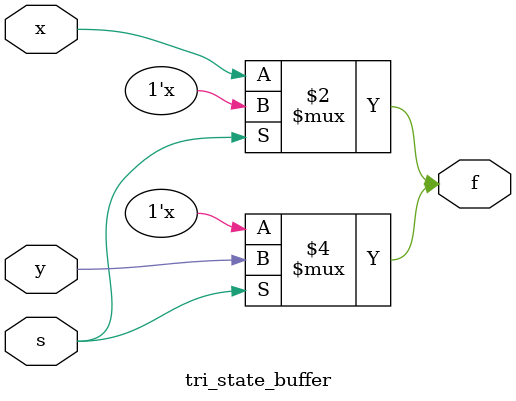
<source format=v>
`timescale 1ns / 1ps


module tri_state_buffer(
output f,
input x,y,s);

assign f=(s==0)?x:1'bz;
assign f=(s==1)?y:1'bz;
endmodule

</source>
